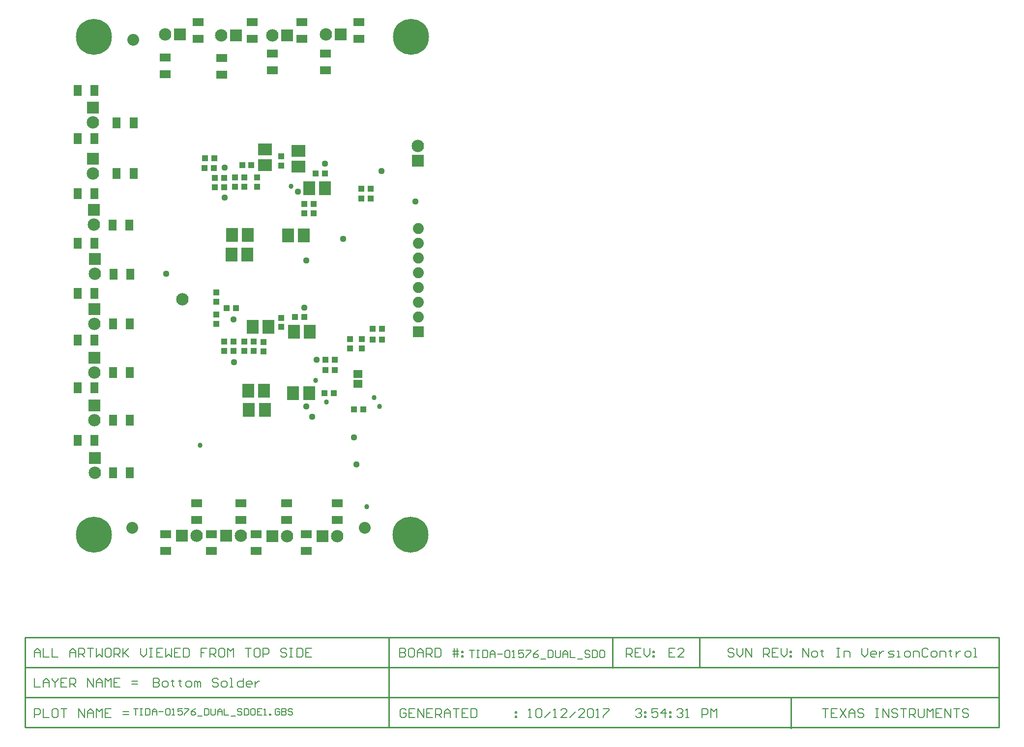
<source format=gbs>
G04 Layer_Color=16711935*
%FSLAX25Y25*%
%MOIN*%
G70*
G01*
G75*
%ADD38C,0.01000*%
%ADD46C,0.00800*%
%ADD50C,0.08000*%
%ADD72R,0.04140X0.04337*%
%ADD79R,0.08077X0.09258*%
%ADD81R,0.04337X0.04140*%
%ADD83R,0.05518X0.07684*%
%ADD85R,0.04140X0.04337*%
%ADD86R,0.07684X0.05518*%
%ADD87R,0.04337X0.04140*%
%ADD89R,0.09258X0.08077*%
%ADD95C,0.03400*%
%ADD96C,0.07408*%
%ADD97R,0.07408X0.07408*%
%ADD98C,0.08400*%
%ADD99R,0.08400X0.08400*%
%ADD100C,0.24400*%
%ADD101C,0.04400*%
%ADD102R,0.08400X0.08400*%
%ADD103R,0.06306X0.05518*%
G54D38*
X428000Y-72683D02*
Y-52350D01*
X369000Y-73000D02*
Y-52667D01*
X-29200Y-72683D02*
X631000D01*
X-29200Y-93017D02*
X630800D01*
X-29200Y-113350D02*
X371300D01*
X-29150Y-52350D02*
X631000D01*
X-29150Y-113350D02*
Y-52350D01*
Y-113350D02*
X128400D01*
X-29200D02*
Y-52350D01*
X217300Y-113350D02*
Y-52350D01*
X631000Y-113350D02*
Y-52350D01*
X371300Y-113350D02*
X631000D01*
X490200Y-114000D02*
Y-93717D01*
G54D46*
X57700Y-79851D02*
Y-85849D01*
X60699D01*
X61699Y-84850D01*
Y-83850D01*
X60699Y-82850D01*
X57700D01*
X60699D01*
X61699Y-81851D01*
Y-80851D01*
X60699Y-79851D01*
X57700D01*
X64698Y-85849D02*
X66697D01*
X67697Y-84850D01*
Y-82850D01*
X66697Y-81851D01*
X64698D01*
X63698Y-82850D01*
Y-84850D01*
X64698Y-85849D01*
X70696Y-80851D02*
Y-81851D01*
X69696D01*
X71696D01*
X70696D01*
Y-84850D01*
X71696Y-85849D01*
X75694Y-80851D02*
Y-81851D01*
X74695D01*
X76694D01*
X75694D01*
Y-84850D01*
X76694Y-85849D01*
X80693D02*
X82692D01*
X83692Y-84850D01*
Y-82850D01*
X82692Y-81851D01*
X80693D01*
X79693Y-82850D01*
Y-84850D01*
X80693Y-85849D01*
X85691D02*
Y-81851D01*
X86691D01*
X87690Y-82850D01*
Y-85849D01*
Y-82850D01*
X88690Y-81851D01*
X89690Y-82850D01*
Y-85849D01*
X101686Y-80851D02*
X100686Y-79851D01*
X98687D01*
X97687Y-80851D01*
Y-81851D01*
X98687Y-82850D01*
X100686D01*
X101686Y-83850D01*
Y-84850D01*
X100686Y-85849D01*
X98687D01*
X97687Y-84850D01*
X104685Y-85849D02*
X106684D01*
X107684Y-84850D01*
Y-82850D01*
X106684Y-81851D01*
X104685D01*
X103685Y-82850D01*
Y-84850D01*
X104685Y-85849D01*
X109683D02*
X111682D01*
X110683D01*
Y-79851D01*
X109683D01*
X118680D02*
Y-85849D01*
X115681D01*
X114682Y-84850D01*
Y-82850D01*
X115681Y-81851D01*
X118680D01*
X123679Y-85849D02*
X121679D01*
X120680Y-84850D01*
Y-82850D01*
X121679Y-81851D01*
X123679D01*
X124678Y-82850D01*
Y-83850D01*
X120680D01*
X126678Y-81851D02*
Y-85849D01*
Y-83850D01*
X127677Y-82850D01*
X128677Y-81851D01*
X129677D01*
X498200Y-65567D02*
Y-59569D01*
X502199Y-65567D01*
Y-59569D01*
X505198Y-65567D02*
X507197D01*
X508197Y-64567D01*
Y-62568D01*
X507197Y-61568D01*
X505198D01*
X504198Y-62568D01*
Y-64567D01*
X505198Y-65567D01*
X511196Y-60568D02*
Y-61568D01*
X510196D01*
X512195D01*
X511196D01*
Y-64567D01*
X512195Y-65567D01*
X521193Y-59569D02*
X523192D01*
X522192D01*
Y-65567D01*
X521193D01*
X523192D01*
X526191D02*
Y-61568D01*
X529190D01*
X530190Y-62568D01*
Y-65567D01*
X538187Y-59569D02*
Y-63567D01*
X540186Y-65567D01*
X542186Y-63567D01*
Y-59569D01*
X547184Y-65567D02*
X545185D01*
X544185Y-64567D01*
Y-62568D01*
X545185Y-61568D01*
X547184D01*
X548184Y-62568D01*
Y-63567D01*
X544185D01*
X550183Y-61568D02*
Y-65567D01*
Y-63567D01*
X551183Y-62568D01*
X552182Y-61568D01*
X553182D01*
X556181Y-65567D02*
X559180D01*
X560180Y-64567D01*
X559180Y-63567D01*
X557181D01*
X556181Y-62568D01*
X557181Y-61568D01*
X560180D01*
X562179Y-65567D02*
X564179D01*
X563179D01*
Y-61568D01*
X562179D01*
X568177Y-65567D02*
X570177D01*
X571176Y-64567D01*
Y-62568D01*
X570177Y-61568D01*
X568177D01*
X567178Y-62568D01*
Y-64567D01*
X568177Y-65567D01*
X573176D02*
Y-61568D01*
X576175D01*
X577174Y-62568D01*
Y-65567D01*
X583173Y-60568D02*
X582173Y-59569D01*
X580173D01*
X579174Y-60568D01*
Y-64567D01*
X580173Y-65567D01*
X582173D01*
X583173Y-64567D01*
X586171Y-65567D02*
X588171D01*
X589171Y-64567D01*
Y-62568D01*
X588171Y-61568D01*
X586171D01*
X585172Y-62568D01*
Y-64567D01*
X586171Y-65567D01*
X591170D02*
Y-61568D01*
X594169D01*
X595169Y-62568D01*
Y-65567D01*
X598168Y-60568D02*
Y-61568D01*
X597168D01*
X599167D01*
X598168D01*
Y-64567D01*
X599167Y-65567D01*
X602166Y-61568D02*
Y-65567D01*
Y-63567D01*
X603166Y-62568D01*
X604166Y-61568D01*
X605165D01*
X609164Y-65567D02*
X611164D01*
X612163Y-64567D01*
Y-62568D01*
X611164Y-61568D01*
X609164D01*
X608164Y-62568D01*
Y-64567D01*
X609164Y-65567D01*
X614162D02*
X616162D01*
X615162D01*
Y-59569D01*
X614162D01*
X451599Y-60568D02*
X450599Y-59569D01*
X448600D01*
X447600Y-60568D01*
Y-61568D01*
X448600Y-62568D01*
X450599D01*
X451599Y-63567D01*
Y-64567D01*
X450599Y-65567D01*
X448600D01*
X447600Y-64567D01*
X453598Y-59569D02*
Y-63567D01*
X455597Y-65567D01*
X457597Y-63567D01*
Y-59569D01*
X459596Y-65567D02*
Y-59569D01*
X463595Y-65567D01*
Y-59569D01*
X471592Y-65567D02*
Y-59569D01*
X474591D01*
X475591Y-60568D01*
Y-62568D01*
X474591Y-63567D01*
X471592D01*
X473592D02*
X475591Y-65567D01*
X481589Y-59569D02*
X477590D01*
Y-65567D01*
X481589D01*
X477590Y-62568D02*
X479590D01*
X483588Y-59569D02*
Y-63567D01*
X485588Y-65567D01*
X487587Y-63567D01*
Y-59569D01*
X489586Y-61568D02*
X490586D01*
Y-62568D01*
X489586D01*
Y-61568D01*
Y-64567D02*
X490586D01*
Y-65567D01*
X489586D01*
Y-64567D01*
X378500Y-65700D02*
Y-59702D01*
X381499D01*
X382499Y-60702D01*
Y-62701D01*
X381499Y-63701D01*
X378500D01*
X380499D02*
X382499Y-65700D01*
X388497Y-59702D02*
X384498D01*
Y-65700D01*
X388497D01*
X384498Y-62701D02*
X386497D01*
X390496Y-59702D02*
Y-63701D01*
X392495Y-65700D01*
X394495Y-63701D01*
Y-59702D01*
X396494Y-61701D02*
X397494D01*
Y-62701D01*
X396494D01*
Y-61701D01*
Y-64700D02*
X397494D01*
Y-65700D01*
X396494D01*
Y-64700D01*
X411489Y-59702D02*
X407491D01*
Y-65700D01*
X411489D01*
X407491Y-62701D02*
X409490D01*
X417487Y-65700D02*
X413489D01*
X417487Y-61701D01*
Y-60702D01*
X416488Y-59702D01*
X414488D01*
X413489Y-60702D01*
X44300Y-100401D02*
X47299D01*
X45799D01*
Y-104900D01*
X48799Y-100401D02*
X50298D01*
X49548D01*
Y-104900D01*
X48799D01*
X50298D01*
X52547Y-100401D02*
Y-104900D01*
X54797D01*
X55546Y-104150D01*
Y-101151D01*
X54797Y-100401D01*
X52547D01*
X57046Y-104900D02*
Y-101901D01*
X58545Y-100401D01*
X60045Y-101901D01*
Y-104900D01*
Y-102651D01*
X57046D01*
X61544D02*
X64543D01*
X66043Y-101151D02*
X66793Y-100401D01*
X68292D01*
X69042Y-101151D01*
Y-104150D01*
X68292Y-104900D01*
X66793D01*
X66043Y-104150D01*
Y-101151D01*
X70542Y-104900D02*
X72041D01*
X71291D01*
Y-100401D01*
X70542Y-101151D01*
X77289Y-100401D02*
X74290D01*
Y-102651D01*
X75790Y-101901D01*
X76540D01*
X77289Y-102651D01*
Y-104150D01*
X76540Y-104900D01*
X75040D01*
X74290Y-104150D01*
X78789Y-100401D02*
X81788D01*
Y-101151D01*
X78789Y-104150D01*
Y-104900D01*
X86286Y-100401D02*
X84787Y-101151D01*
X83287Y-102651D01*
Y-104150D01*
X84037Y-104900D01*
X85537D01*
X86286Y-104150D01*
Y-103401D01*
X85537Y-102651D01*
X83287D01*
X87786Y-105650D02*
X90785D01*
X92285Y-100401D02*
Y-104900D01*
X94534D01*
X95284Y-104150D01*
Y-101151D01*
X94534Y-100401D01*
X92285D01*
X96783D02*
Y-104150D01*
X97533Y-104900D01*
X99032D01*
X99782Y-104150D01*
Y-100401D01*
X101282Y-104900D02*
Y-101901D01*
X102781Y-100401D01*
X104281Y-101901D01*
Y-104900D01*
Y-102651D01*
X101282D01*
X105780Y-100401D02*
Y-104900D01*
X108779D01*
X110279Y-105650D02*
X113278D01*
X117776Y-101151D02*
X117026Y-100401D01*
X115527D01*
X114777Y-101151D01*
Y-101901D01*
X115527Y-102651D01*
X117026D01*
X117776Y-103401D01*
Y-104150D01*
X117026Y-104900D01*
X115527D01*
X114777Y-104150D01*
X119276Y-100401D02*
Y-104900D01*
X121525D01*
X122275Y-104150D01*
Y-101151D01*
X121525Y-100401D01*
X119276D01*
X126024D02*
X124524D01*
X123774Y-101151D01*
Y-104150D01*
X124524Y-104900D01*
X126024D01*
X126773Y-104150D01*
Y-101151D01*
X126024Y-100401D01*
X131272D02*
X128273D01*
Y-104900D01*
X131272D01*
X128273Y-102651D02*
X129772D01*
X132772Y-104900D02*
X134271D01*
X133521D01*
Y-100401D01*
X132772Y-101151D01*
X136520Y-104900D02*
Y-104150D01*
X137270D01*
Y-104900D01*
X136520D01*
X143268Y-101151D02*
X142518Y-100401D01*
X141019D01*
X140269Y-101151D01*
Y-104150D01*
X141019Y-104900D01*
X142518D01*
X143268Y-104150D01*
Y-102651D01*
X141769D01*
X144768Y-100401D02*
Y-104900D01*
X147017D01*
X147767Y-104150D01*
Y-103401D01*
X147017Y-102651D01*
X144768D01*
X147017D01*
X147767Y-101901D01*
Y-101151D01*
X147017Y-100401D01*
X144768D01*
X152265Y-101151D02*
X151515Y-100401D01*
X150016D01*
X149266Y-101151D01*
Y-101901D01*
X150016Y-102651D01*
X151515D01*
X152265Y-103401D01*
Y-104150D01*
X151515Y-104900D01*
X150016D01*
X149266Y-104150D01*
X311950Y-106433D02*
X313949D01*
X312950D01*
Y-100435D01*
X311950Y-101435D01*
X316948D02*
X317948Y-100435D01*
X319947D01*
X320947Y-101435D01*
Y-105434D01*
X319947Y-106433D01*
X317948D01*
X316948Y-105434D01*
Y-101435D01*
X322946Y-106433D02*
X326945Y-102435D01*
X328944Y-106433D02*
X330944D01*
X329944D01*
Y-100435D01*
X328944Y-101435D01*
X337942Y-106433D02*
X333943D01*
X337942Y-102435D01*
Y-101435D01*
X336942Y-100435D01*
X334943D01*
X333943Y-101435D01*
X339941Y-106433D02*
X343940Y-102435D01*
X349938Y-106433D02*
X345939D01*
X349938Y-102435D01*
Y-101435D01*
X348938Y-100435D01*
X346939D01*
X345939Y-101435D01*
X351937D02*
X352937Y-100435D01*
X354936D01*
X355936Y-101435D01*
Y-105434D01*
X354936Y-106433D01*
X352937D01*
X351937Y-105434D01*
Y-101435D01*
X357935Y-106433D02*
X359934D01*
X358935D01*
Y-100435D01*
X357935Y-101435D01*
X362933Y-100435D02*
X366932D01*
Y-101435D01*
X362933Y-105434D01*
Y-106433D01*
X228999Y-101435D02*
X227999Y-100435D01*
X226000D01*
X225000Y-101435D01*
Y-105434D01*
X226000Y-106433D01*
X227999D01*
X228999Y-105434D01*
Y-103435D01*
X226999D01*
X234997Y-100435D02*
X230998D01*
Y-106433D01*
X234997D01*
X230998Y-103435D02*
X232997D01*
X236996Y-106433D02*
Y-100435D01*
X240995Y-106433D01*
Y-100435D01*
X246993D02*
X242994D01*
Y-106433D01*
X246993D01*
X242994Y-103435D02*
X244993D01*
X248992Y-106433D02*
Y-100435D01*
X251991D01*
X252991Y-101435D01*
Y-103435D01*
X251991Y-104434D01*
X248992D01*
X250992D02*
X252991Y-106433D01*
X254990D02*
Y-102435D01*
X256990Y-100435D01*
X258989Y-102435D01*
Y-106433D01*
Y-103435D01*
X254990D01*
X260988Y-100435D02*
X264987D01*
X262988D01*
Y-106433D01*
X270985Y-100435D02*
X266986D01*
Y-106433D01*
X270985D01*
X266986Y-103435D02*
X268986D01*
X272985Y-100435D02*
Y-106433D01*
X275984D01*
X276983Y-105434D01*
Y-101435D01*
X275984Y-100435D01*
X272985D01*
X302975Y-102435D02*
X303975D01*
Y-103435D01*
X302975D01*
Y-102435D01*
Y-105434D02*
X303975D01*
Y-106433D01*
X302975D01*
Y-105434D01*
X-22850Y-65567D02*
Y-61568D01*
X-20851Y-59569D01*
X-18851Y-61568D01*
Y-65567D01*
Y-62568D01*
X-22850D01*
X-16852Y-59569D02*
Y-65567D01*
X-12853D01*
X-10854Y-59569D02*
Y-65567D01*
X-6855D01*
X1142D02*
Y-61568D01*
X3142Y-59569D01*
X5141Y-61568D01*
Y-65567D01*
Y-62568D01*
X1142D01*
X7140Y-65567D02*
Y-59569D01*
X10139D01*
X11139Y-60568D01*
Y-62568D01*
X10139Y-63567D01*
X7140D01*
X9140D02*
X11139Y-65567D01*
X13138Y-59569D02*
X17137D01*
X15138D01*
Y-65567D01*
X19136Y-59569D02*
Y-65567D01*
X21136Y-63567D01*
X23135Y-65567D01*
Y-59569D01*
X28133D02*
X26134D01*
X25135Y-60568D01*
Y-64567D01*
X26134Y-65567D01*
X28133D01*
X29133Y-64567D01*
Y-60568D01*
X28133Y-59569D01*
X31133Y-65567D02*
Y-59569D01*
X34132D01*
X35131Y-60568D01*
Y-62568D01*
X34132Y-63567D01*
X31133D01*
X33132D02*
X35131Y-65567D01*
X37131Y-59569D02*
Y-65567D01*
Y-63567D01*
X41129Y-59569D01*
X38130Y-62568D01*
X41129Y-65567D01*
X49127Y-59569D02*
Y-63567D01*
X51126Y-65567D01*
X53125Y-63567D01*
Y-59569D01*
X55125D02*
X57124D01*
X56125D01*
Y-65567D01*
X55125D01*
X57124D01*
X64122Y-59569D02*
X60123D01*
Y-65567D01*
X64122D01*
X60123Y-62568D02*
X62122D01*
X66121Y-59569D02*
Y-65567D01*
X68121Y-63567D01*
X70120Y-65567D01*
Y-59569D01*
X76118D02*
X72119D01*
Y-65567D01*
X76118D01*
X72119Y-62568D02*
X74119D01*
X78117Y-59569D02*
Y-65567D01*
X81116D01*
X82116Y-64567D01*
Y-60568D01*
X81116Y-59569D01*
X78117D01*
X94112D02*
X90114D01*
Y-62568D01*
X92113D01*
X90114D01*
Y-65567D01*
X96112D02*
Y-59569D01*
X99111D01*
X100110Y-60568D01*
Y-62568D01*
X99111Y-63567D01*
X96112D01*
X98111D02*
X100110Y-65567D01*
X105109Y-59569D02*
X103109D01*
X102110Y-60568D01*
Y-64567D01*
X103109Y-65567D01*
X105109D01*
X106108Y-64567D01*
Y-60568D01*
X105109Y-59569D01*
X108108Y-65567D02*
Y-59569D01*
X110107Y-61568D01*
X112106Y-59569D01*
Y-65567D01*
X120104Y-59569D02*
X124102D01*
X122103D01*
Y-65567D01*
X129101Y-59569D02*
X127102D01*
X126102Y-60568D01*
Y-64567D01*
X127102Y-65567D01*
X129101D01*
X130101Y-64567D01*
Y-60568D01*
X129101Y-59569D01*
X132100Y-65567D02*
Y-59569D01*
X135099D01*
X136099Y-60568D01*
Y-62568D01*
X135099Y-63567D01*
X132100D01*
X148095Y-60568D02*
X147095Y-59569D01*
X145096D01*
X144096Y-60568D01*
Y-61568D01*
X145096Y-62568D01*
X147095D01*
X148095Y-63567D01*
Y-64567D01*
X147095Y-65567D01*
X145096D01*
X144096Y-64567D01*
X150094Y-59569D02*
X152093D01*
X151094D01*
Y-65567D01*
X150094D01*
X152093D01*
X155092Y-59569D02*
Y-65567D01*
X158091D01*
X159091Y-64567D01*
Y-60568D01*
X158091Y-59569D01*
X155092D01*
X165089D02*
X161091D01*
Y-65567D01*
X165089D01*
X161091Y-62568D02*
X163090D01*
X272000Y-61002D02*
X275332D01*
X273666D01*
Y-66000D01*
X276998Y-61002D02*
X278664D01*
X277831D01*
Y-66000D01*
X276998D01*
X278664D01*
X281164Y-61002D02*
Y-66000D01*
X283663D01*
X284496Y-65167D01*
Y-61835D01*
X283663Y-61002D01*
X281164D01*
X286162Y-66000D02*
Y-62668D01*
X287828Y-61002D01*
X289494Y-62668D01*
Y-66000D01*
Y-63501D01*
X286162D01*
X291160D02*
X294493D01*
X296159Y-61835D02*
X296992Y-61002D01*
X298658D01*
X299491Y-61835D01*
Y-65167D01*
X298658Y-66000D01*
X296992D01*
X296159Y-65167D01*
Y-61835D01*
X301157Y-66000D02*
X302823D01*
X301990D01*
Y-61002D01*
X301157Y-61835D01*
X308655Y-61002D02*
X305323D01*
Y-63501D01*
X306989Y-62668D01*
X307822D01*
X308655Y-63501D01*
Y-65167D01*
X307822Y-66000D01*
X306156D01*
X305323Y-65167D01*
X310321Y-61002D02*
X313653D01*
Y-61835D01*
X310321Y-65167D01*
Y-66000D01*
X318652Y-61002D02*
X316985Y-61835D01*
X315319Y-63501D01*
Y-65167D01*
X316152Y-66000D01*
X317818D01*
X318652Y-65167D01*
Y-64334D01*
X317818Y-63501D01*
X315319D01*
X320318Y-66833D02*
X323650D01*
X325316Y-61002D02*
Y-66000D01*
X327815D01*
X328648Y-65167D01*
Y-61835D01*
X327815Y-61002D01*
X325316D01*
X330314D02*
Y-65167D01*
X331148Y-66000D01*
X332814D01*
X333647Y-65167D01*
Y-61002D01*
X335313Y-66000D02*
Y-62668D01*
X336979Y-61002D01*
X338645Y-62668D01*
Y-66000D01*
Y-63501D01*
X335313D01*
X340311Y-61002D02*
Y-66000D01*
X343643D01*
X345310Y-66833D02*
X348642D01*
X353640Y-61835D02*
X352807Y-61002D01*
X351141D01*
X350308Y-61835D01*
Y-62668D01*
X351141Y-63501D01*
X352807D01*
X353640Y-64334D01*
Y-65167D01*
X352807Y-66000D01*
X351141D01*
X350308Y-65167D01*
X355306Y-61002D02*
Y-66000D01*
X357805D01*
X358639Y-65167D01*
Y-61835D01*
X357805Y-61002D01*
X355306D01*
X362804D02*
X361138D01*
X360305Y-61835D01*
Y-65167D01*
X361138Y-66000D01*
X362804D01*
X363637Y-65167D01*
Y-61835D01*
X362804Y-61002D01*
X224800Y-59569D02*
Y-65567D01*
X227799D01*
X228799Y-64567D01*
Y-63567D01*
X227799Y-62568D01*
X224800D01*
X227799D01*
X228799Y-61568D01*
Y-60568D01*
X227799Y-59569D01*
X224800D01*
X233797D02*
X231798D01*
X230798Y-60568D01*
Y-64567D01*
X231798Y-65567D01*
X233797D01*
X234797Y-64567D01*
Y-60568D01*
X233797Y-59569D01*
X236796Y-65567D02*
Y-61568D01*
X238795Y-59569D01*
X240795Y-61568D01*
Y-65567D01*
Y-62568D01*
X236796D01*
X242794Y-65567D02*
Y-59569D01*
X245793D01*
X246793Y-60568D01*
Y-62568D01*
X245793Y-63567D01*
X242794D01*
X244794D02*
X246793Y-65567D01*
X248792Y-59569D02*
Y-65567D01*
X251791D01*
X252791Y-64567D01*
Y-60568D01*
X251791Y-59569D01*
X248792D01*
X261788Y-65567D02*
Y-59569D01*
X263787D02*
Y-65567D01*
X260788Y-61568D02*
X263787D01*
X264787D01*
X260788Y-63567D02*
X264787D01*
X266786Y-61568D02*
X267786D01*
Y-62568D01*
X266786D01*
Y-61568D01*
Y-64567D02*
X267786D01*
Y-65567D01*
X266786D01*
Y-64567D01*
X-22850Y-79851D02*
Y-85849D01*
X-18851D01*
X-16852D02*
Y-81851D01*
X-14853Y-79851D01*
X-12853Y-81851D01*
Y-85849D01*
Y-82850D01*
X-16852D01*
X-10854Y-79851D02*
Y-80851D01*
X-8855Y-82850D01*
X-6855Y-80851D01*
Y-79851D01*
X-8855Y-82850D02*
Y-85849D01*
X-857Y-79851D02*
X-4856D01*
Y-85849D01*
X-857D01*
X-4856Y-82850D02*
X-2857D01*
X1142Y-85849D02*
Y-79851D01*
X4141D01*
X5141Y-80851D01*
Y-82850D01*
X4141Y-83850D01*
X1142D01*
X3142D02*
X5141Y-85849D01*
X13138D02*
Y-79851D01*
X17137Y-85849D01*
Y-79851D01*
X19136Y-85849D02*
Y-81851D01*
X21136Y-79851D01*
X23135Y-81851D01*
Y-85849D01*
Y-82850D01*
X19136D01*
X25135Y-85849D02*
Y-79851D01*
X27134Y-81851D01*
X29133Y-79851D01*
Y-85849D01*
X35131Y-79851D02*
X31133D01*
Y-85849D01*
X35131D01*
X31133Y-82850D02*
X33132D01*
X43129Y-83850D02*
X47127D01*
X43129Y-81851D02*
X47127D01*
X-22850Y-106433D02*
Y-100435D01*
X-19851D01*
X-18851Y-101435D01*
Y-103435D01*
X-19851Y-104434D01*
X-22850D01*
X-16852Y-100435D02*
Y-106433D01*
X-12853D01*
X-7855Y-100435D02*
X-9854D01*
X-10854Y-101435D01*
Y-105434D01*
X-9854Y-106433D01*
X-7855D01*
X-6855Y-105434D01*
Y-101435D01*
X-7855Y-100435D01*
X-4856D02*
X-857D01*
X-2857D01*
Y-106433D01*
X7140D02*
Y-100435D01*
X11139Y-106433D01*
Y-100435D01*
X13138Y-106433D02*
Y-102435D01*
X15138Y-100435D01*
X17137Y-102435D01*
Y-106433D01*
Y-103435D01*
X13138D01*
X19136Y-106433D02*
Y-100435D01*
X21136Y-102435D01*
X23135Y-100435D01*
Y-106433D01*
X29133Y-100435D02*
X25135D01*
Y-106433D01*
X29133D01*
X25135Y-103435D02*
X27134D01*
X37131Y-104434D02*
X41129D01*
X37131Y-102435D02*
X41129D01*
X384850Y-101435D02*
X385850Y-100435D01*
X387849D01*
X388849Y-101435D01*
Y-102435D01*
X387849Y-103435D01*
X386849D01*
X387849D01*
X388849Y-104434D01*
Y-105434D01*
X387849Y-106433D01*
X385850D01*
X384850Y-105434D01*
X390848Y-102435D02*
X391848D01*
Y-103435D01*
X390848D01*
Y-102435D01*
Y-105434D02*
X391848D01*
Y-106433D01*
X390848D01*
Y-105434D01*
X399845Y-100435D02*
X395846D01*
Y-103435D01*
X397846Y-102435D01*
X398846D01*
X399845Y-103435D01*
Y-105434D01*
X398846Y-106433D01*
X396846D01*
X395846Y-105434D01*
X404844Y-106433D02*
Y-100435D01*
X401845Y-103435D01*
X405843D01*
X407843Y-102435D02*
X408842D01*
Y-103435D01*
X407843D01*
Y-102435D01*
Y-105434D02*
X408842D01*
Y-106433D01*
X407843D01*
Y-105434D01*
X412841Y-101435D02*
X413841Y-100435D01*
X415840D01*
X416840Y-101435D01*
Y-102435D01*
X415840Y-103435D01*
X414840D01*
X415840D01*
X416840Y-104434D01*
Y-105434D01*
X415840Y-106433D01*
X413841D01*
X412841Y-105434D01*
X418839Y-106433D02*
X420838D01*
X419839D01*
Y-100435D01*
X418839Y-101435D01*
X429835Y-106433D02*
Y-100435D01*
X432834D01*
X433834Y-101435D01*
Y-103435D01*
X432834Y-104434D01*
X429835D01*
X435834Y-106433D02*
Y-100435D01*
X437833Y-102435D01*
X439832Y-100435D01*
Y-106433D01*
X511300Y-100435D02*
X515299D01*
X513299D01*
Y-106433D01*
X521297Y-100435D02*
X517298D01*
Y-106433D01*
X521297D01*
X517298Y-103435D02*
X519297D01*
X523296Y-100435D02*
X527295Y-106433D01*
Y-100435D02*
X523296Y-106433D01*
X529294D02*
Y-102435D01*
X531293Y-100435D01*
X533293Y-102435D01*
Y-106433D01*
Y-103435D01*
X529294D01*
X539291Y-101435D02*
X538291Y-100435D01*
X536292D01*
X535292Y-101435D01*
Y-102435D01*
X536292Y-103435D01*
X538291D01*
X539291Y-104434D01*
Y-105434D01*
X538291Y-106433D01*
X536292D01*
X535292Y-105434D01*
X547288Y-100435D02*
X549288D01*
X548288D01*
Y-106433D01*
X547288D01*
X549288D01*
X552287D02*
Y-100435D01*
X556285Y-106433D01*
Y-100435D01*
X562284Y-101435D02*
X561284Y-100435D01*
X559284D01*
X558285Y-101435D01*
Y-102435D01*
X559284Y-103435D01*
X561284D01*
X562284Y-104434D01*
Y-105434D01*
X561284Y-106433D01*
X559284D01*
X558285Y-105434D01*
X564283Y-100435D02*
X568282D01*
X566282D01*
Y-106433D01*
X570281D02*
Y-100435D01*
X573280D01*
X574280Y-101435D01*
Y-103435D01*
X573280Y-104434D01*
X570281D01*
X572280D02*
X574280Y-106433D01*
X576279Y-100435D02*
Y-105434D01*
X577279Y-106433D01*
X579278D01*
X580278Y-105434D01*
Y-100435D01*
X582277Y-106433D02*
Y-100435D01*
X584276Y-102435D01*
X586276Y-100435D01*
Y-106433D01*
X592274Y-100435D02*
X588275D01*
Y-106433D01*
X592274D01*
X588275Y-103435D02*
X590274D01*
X594273Y-106433D02*
Y-100435D01*
X598272Y-106433D01*
Y-100435D01*
X600271D02*
X604270D01*
X602271D01*
Y-106433D01*
X610268Y-101435D02*
X609268Y-100435D01*
X607269D01*
X606269Y-101435D01*
Y-102435D01*
X607269Y-103435D01*
X609268D01*
X610268Y-104434D01*
Y-105434D01*
X609268Y-106433D01*
X607269D01*
X606269Y-105434D01*
G54D50*
X44000Y353000D02*
D03*
X43300Y22000D02*
D03*
X201000D02*
D03*
G54D72*
X118047Y268000D02*
D03*
X123953D02*
D03*
G54D79*
X133413Y102000D02*
D03*
X122587D02*
D03*
X153087Y155000D02*
D03*
X163913D02*
D03*
X135913Y158500D02*
D03*
X125087D02*
D03*
X163413Y113500D02*
D03*
X152587D02*
D03*
X111020Y220811D02*
D03*
X121846D02*
D03*
X149020Y220311D02*
D03*
X159846D02*
D03*
X122087Y115000D02*
D03*
X132913D02*
D03*
X121513Y207400D02*
D03*
X110687D02*
D03*
X163287Y252400D02*
D03*
X174113D02*
D03*
G54D81*
X107350Y171000D02*
D03*
X113650D02*
D03*
X205150Y252000D02*
D03*
X198850D02*
D03*
X198850Y245500D02*
D03*
X205150D02*
D03*
X180650Y129000D02*
D03*
X174350D02*
D03*
Y136000D02*
D03*
X180650D02*
D03*
X105650Y259500D02*
D03*
X99350D02*
D03*
X105650Y253000D02*
D03*
X99350D02*
D03*
X119283Y253311D02*
D03*
X112984D02*
D03*
X119283Y259711D02*
D03*
X112984D02*
D03*
X167650Y262400D02*
D03*
X173950D02*
D03*
X200031Y102343D02*
D03*
X193731D02*
D03*
X125650Y142000D02*
D03*
X119350D02*
D03*
X125650Y148500D02*
D03*
X119350D02*
D03*
X153850Y165000D02*
D03*
X160150D02*
D03*
X112150Y148500D02*
D03*
X105850D02*
D03*
X112150Y142000D02*
D03*
X105850D02*
D03*
X206450Y149800D02*
D03*
X212750D02*
D03*
Y157200D02*
D03*
X206450D02*
D03*
X180150Y113500D02*
D03*
X173850D02*
D03*
X92650Y272800D02*
D03*
X98950D02*
D03*
X98850Y266200D02*
D03*
X92550D02*
D03*
G54D83*
X17709Y318850D02*
D03*
X6291D02*
D03*
X30291Y160500D02*
D03*
X41709D02*
D03*
X30291Y127500D02*
D03*
X41709D02*
D03*
X30291Y59500D02*
D03*
X41709D02*
D03*
X30291Y95000D02*
D03*
X41709D02*
D03*
X42209Y194000D02*
D03*
X30791D02*
D03*
X41509Y227400D02*
D03*
X30091D02*
D03*
X44309Y296850D02*
D03*
X32891D02*
D03*
X44309Y262350D02*
D03*
X32891D02*
D03*
X6291Y285950D02*
D03*
X17709D02*
D03*
Y248900D02*
D03*
X6291D02*
D03*
Y215000D02*
D03*
X17709D02*
D03*
X6291Y117000D02*
D03*
X17709D02*
D03*
X6291Y81500D02*
D03*
X17709D02*
D03*
Y181000D02*
D03*
X6291D02*
D03*
X17709Y149500D02*
D03*
X6291D02*
D03*
G54D85*
X144500Y267850D02*
D03*
Y274150D02*
D03*
X128000Y253350D02*
D03*
Y259650D02*
D03*
X166500Y241650D02*
D03*
Y235350D02*
D03*
X160000Y235350D02*
D03*
Y241650D02*
D03*
X199000Y150150D02*
D03*
Y143850D02*
D03*
X191000Y150150D02*
D03*
Y143850D02*
D03*
X132500Y141850D02*
D03*
Y148150D02*
D03*
X100500Y160350D02*
D03*
Y166650D02*
D03*
Y175500D02*
D03*
Y181799D02*
D03*
G54D86*
X117000Y27291D02*
D03*
Y38709D02*
D03*
X148000Y27291D02*
D03*
Y38709D02*
D03*
X182500Y27291D02*
D03*
Y38709D02*
D03*
X87000Y27291D02*
D03*
Y38709D02*
D03*
X138500Y332291D02*
D03*
Y343709D02*
D03*
X174500Y332291D02*
D03*
Y343709D02*
D03*
X104150Y329291D02*
D03*
Y340709D02*
D03*
X65650Y329791D02*
D03*
Y341209D02*
D03*
X124650Y353791D02*
D03*
Y365209D02*
D03*
X88150D02*
D03*
Y353791D02*
D03*
X197000Y365209D02*
D03*
Y353791D02*
D03*
X158500Y365209D02*
D03*
Y353791D02*
D03*
X66000Y6291D02*
D03*
Y17709D02*
D03*
X97000Y6291D02*
D03*
Y17709D02*
D03*
X127500Y6291D02*
D03*
Y17709D02*
D03*
X161500D02*
D03*
Y6291D02*
D03*
G54D87*
X144500Y164453D02*
D03*
Y158547D02*
D03*
G54D89*
X156000Y277913D02*
D03*
Y267087D02*
D03*
X133500Y268087D02*
D03*
Y278913D02*
D03*
G54D95*
X151000Y253800D02*
D03*
X167900Y122000D02*
D03*
X89500Y78000D02*
D03*
X202300Y36500D02*
D03*
X175100Y107600D02*
D03*
X211000Y104500D02*
D03*
X207500Y110500D02*
D03*
G54D96*
X237500Y165000D02*
D03*
Y185000D02*
D03*
Y205000D02*
D03*
Y225000D02*
D03*
Y215000D02*
D03*
Y195000D02*
D03*
Y175000D02*
D03*
G54D97*
Y155000D02*
D03*
G54D98*
X138459Y355968D02*
D03*
X16844Y262450D02*
D03*
X103750Y356256D02*
D03*
X17732Y127509D02*
D03*
Y160509D02*
D03*
X182350Y16429D02*
D03*
X148350D02*
D03*
X117000Y16929D02*
D03*
X87000D02*
D03*
X18232Y59509D02*
D03*
X17732Y95264D02*
D03*
X237205Y281000D02*
D03*
X16844Y296950D02*
D03*
X65750Y356756D02*
D03*
X17426Y227759D02*
D03*
X18232Y194359D02*
D03*
X174787Y356730D02*
D03*
X77500Y177000D02*
D03*
G54D99*
X148459Y355968D02*
D03*
X113750Y356256D02*
D03*
X172350Y16429D02*
D03*
X138350D02*
D03*
X107000Y16929D02*
D03*
X77000D02*
D03*
X75750Y356756D02*
D03*
X184787Y356730D02*
D03*
G54D100*
X17500Y355000D02*
D03*
Y17500D02*
D03*
X232500Y355000D02*
D03*
X232000Y17500D02*
D03*
G54D101*
X66500Y194500D02*
D03*
X195400Y65150D02*
D03*
X212400Y264000D02*
D03*
X186500Y218000D02*
D03*
X235500Y243500D02*
D03*
X174000Y269200D02*
D03*
X112500Y134500D02*
D03*
X168500Y136000D02*
D03*
X165300Y97600D02*
D03*
X161591Y104500D02*
D03*
X193900Y83400D02*
D03*
X112000Y163500D02*
D03*
X106000Y246000D02*
D03*
Y266500D02*
D03*
X161500Y203500D02*
D03*
X155633Y250111D02*
D03*
X160150Y171500D02*
D03*
G54D102*
X16844Y272450D02*
D03*
X17732Y137509D02*
D03*
Y170509D02*
D03*
X18232Y69509D02*
D03*
X17732Y105264D02*
D03*
X237205Y271000D02*
D03*
X16844Y306950D02*
D03*
X17426Y237759D02*
D03*
X18232Y204359D02*
D03*
G54D103*
X196500Y119653D02*
D03*
Y126347D02*
D03*
M02*

</source>
